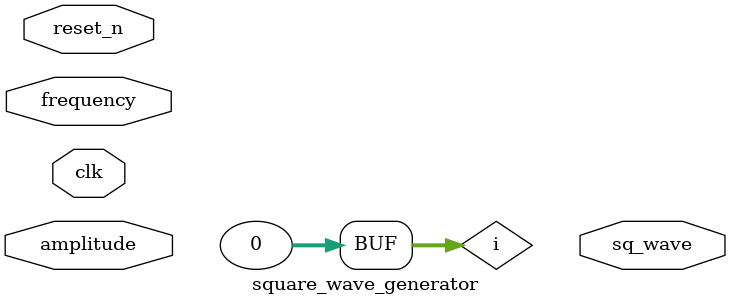
<source format=v>
module square_wave_generator(
	input clk,
	input reset_n,
    input [15:0]frequency,
	input [30:0] amplitude, // amplitude from 0 to peak (not peak to peak)
	output [31:0] sq_wave
);
    reg [31:0] sine [0:99];
//Internal signals  
    integer i;  
    reg [7:0] dout; 
//Initialize the sine rom with samples. 
    initial begin
        i = 0;
                sine[0] = 0;
                sine[1] = 5;
                sine[2] = 10;
                sine[3] = 15;
                sine[4] = 19;
                sine[5] = 24;
                sine[6] = 29;
                sine[7] = 33;
                sine[8] = 38;
                sine[9] = 42;
                sine[10] = 46;
                sine[11] = 50;
                sine[12] = 53;
                sine[13] = 57;
                sine[14] = 60;
                sine[15] = 63;
                sine[16] = 66;
                sine[17] = 68;
                sine[18] = 71;
                sine[19] = 73;
                sine[20] = 74;
                sine[21] = 76;
                sine[22] = 77;
                sine[23] = 78;
                sine[24] = 78;
                sine[25] = 78;
                sine[26] = 78;
                sine[27] = 78;
                sine[28] = 77;
                sine[29] = 76;
                sine[30] = 74;
                sine[31] = 73;
                sine[32] = 71;
                sine[33] = 68;
                sine[34] = 66;
                sine[35] = 63;
                sine[36] = 60;
                sine[37] = 57;
                sine[38] = 53;
                sine[39] = 50;
                sine[40] = 46;
                sine[41] = 42;
                sine[42] = 38;
                sine[43] = 33;
                sine[44] = 29;
                sine[45] = 24;
                sine[46] = 19;
                sine[47] = 15;
                sine[48] = 10;
                sine[49] = 5;
                sine[50] = 0;
                sine[51] = -5;
                sine[52] = -10;
                sine[53] = -15;
                sine[54] = -19;
                sine[55] = -24;
                sine[56] = -29;
                sine[57] = -33;
                sine[58] = -38;
                sine[59] = -42;
                sine[60] = -46;
                sine[61] = -50;
                sine[62] = -53;
                sine[63] = -57;
                sine[64] = -60;
                sine[65] = -63;
                sine[66] = -66;
                sine[67] = -68;
                sine[68] = -71;
                sine[69] = -73;
                sine[70] = -74;
                sine[71] = -76;
                sine[72] = -77;
                sine[73] = -78;
                sine[74] = -78;
                sine[75] = -78;
                sine[76] = -78;
                sine[77] = -78;
                sine[78] = -77;
                sine[79] = -76;
                sine[80] = -74;
                sine[81] = -73;
                sine[82] = -71;
                sine[83] = -68;
                sine[84] = -66;
                sine[85] = -63;
                sine[86] = -60;
                sine[87] = -57;
                sine[88] = -53;
                sine[89] = -50;
                sine[90] = -46;
                sine[91] = -42;
                sine[92] = -38;
                sine[93] = -33;
                sine[94] = -29;
                sine[95] = -24;
                sine[96] = -19;
                sine[97] = -15;
                sine[98] = -10;
                sine[99] = -5;
    end
		
endmodule
</source>
